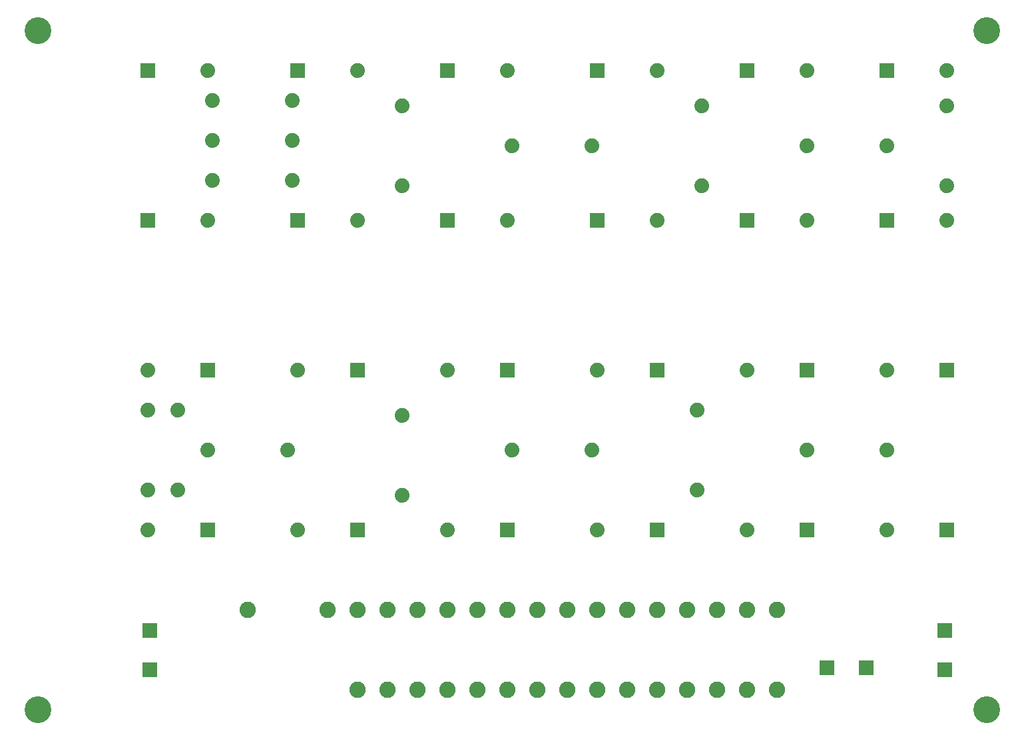
<source format=gbs>
G75*
%MOIN*%
%OFA0B0*%
%FSLAX24Y24*%
%IPPOS*%
%LPD*%
%AMOC8*
5,1,8,0,0,1.08239X$1,22.5*
%
%ADD10C,0.1340*%
%ADD11C,0.0740*%
%ADD12R,0.0730X0.0730*%
%ADD13R,0.0730X0.0730*%
%ADD14C,0.0820*%
D10*
X001600Y005000D03*
X001600Y039000D03*
X049100Y039000D03*
X049100Y005000D03*
D11*
X044100Y014000D03*
X044100Y018000D03*
X040100Y018000D03*
X037100Y014000D03*
X034600Y016000D03*
X034600Y020000D03*
X037100Y022000D03*
X044100Y022000D03*
X047100Y029500D03*
X047100Y031250D03*
X044100Y033250D03*
X047100Y035250D03*
X047100Y037000D03*
X040100Y037000D03*
X040100Y033250D03*
X040100Y029500D03*
X034850Y031250D03*
X032600Y029500D03*
X029350Y033250D03*
X025350Y033250D03*
X025100Y029500D03*
X019850Y031250D03*
X017600Y029500D03*
X014350Y031500D03*
X014350Y033500D03*
X014350Y035500D03*
X017600Y037000D03*
X019850Y035250D03*
X025100Y037000D03*
X032600Y037000D03*
X034850Y035250D03*
X029600Y022000D03*
X029350Y018000D03*
X025350Y018000D03*
X022100Y014000D03*
X019850Y015750D03*
X019850Y019750D03*
X022100Y022000D03*
X014600Y022000D03*
X014100Y018000D03*
X010100Y018000D03*
X008600Y016000D03*
X007100Y016000D03*
X007100Y014000D03*
X014600Y014000D03*
X008600Y020000D03*
X007100Y020000D03*
X007100Y022000D03*
X010100Y029500D03*
X010350Y031500D03*
X010350Y033500D03*
X010350Y035500D03*
X010100Y037000D03*
X029600Y014000D03*
D12*
X032600Y014000D03*
X025100Y014000D03*
X017600Y014000D03*
X010100Y014000D03*
X010100Y022000D03*
X017600Y022000D03*
X025100Y022000D03*
X032600Y022000D03*
X040100Y022000D03*
X047100Y022000D03*
X044100Y029500D03*
X037100Y029500D03*
X029600Y029500D03*
X022100Y029500D03*
X014600Y029500D03*
X007100Y029500D03*
X007100Y037000D03*
X014600Y037000D03*
X022100Y037000D03*
X029600Y037000D03*
X037100Y037000D03*
X044100Y037000D03*
X047100Y014000D03*
X040100Y014000D03*
D13*
X046994Y008984D03*
X046994Y007016D03*
X043084Y007106D03*
X041116Y007106D03*
X007206Y007016D03*
X007206Y008984D03*
D14*
X012100Y010000D03*
X016100Y010000D03*
X017600Y010000D03*
X019100Y010000D03*
X020600Y010000D03*
X022100Y010000D03*
X023600Y010000D03*
X025100Y010000D03*
X026600Y010000D03*
X028100Y010000D03*
X029600Y010000D03*
X031100Y010000D03*
X032600Y010000D03*
X034100Y010000D03*
X035600Y010000D03*
X037100Y010000D03*
X038600Y010000D03*
X038600Y006000D03*
X037100Y006000D03*
X035600Y006000D03*
X034100Y006000D03*
X032600Y006000D03*
X031100Y006000D03*
X029600Y006000D03*
X028100Y006000D03*
X026600Y006000D03*
X025100Y006000D03*
X023600Y006000D03*
X022100Y006000D03*
X020600Y006000D03*
X019100Y006000D03*
X017600Y006000D03*
M02*

</source>
